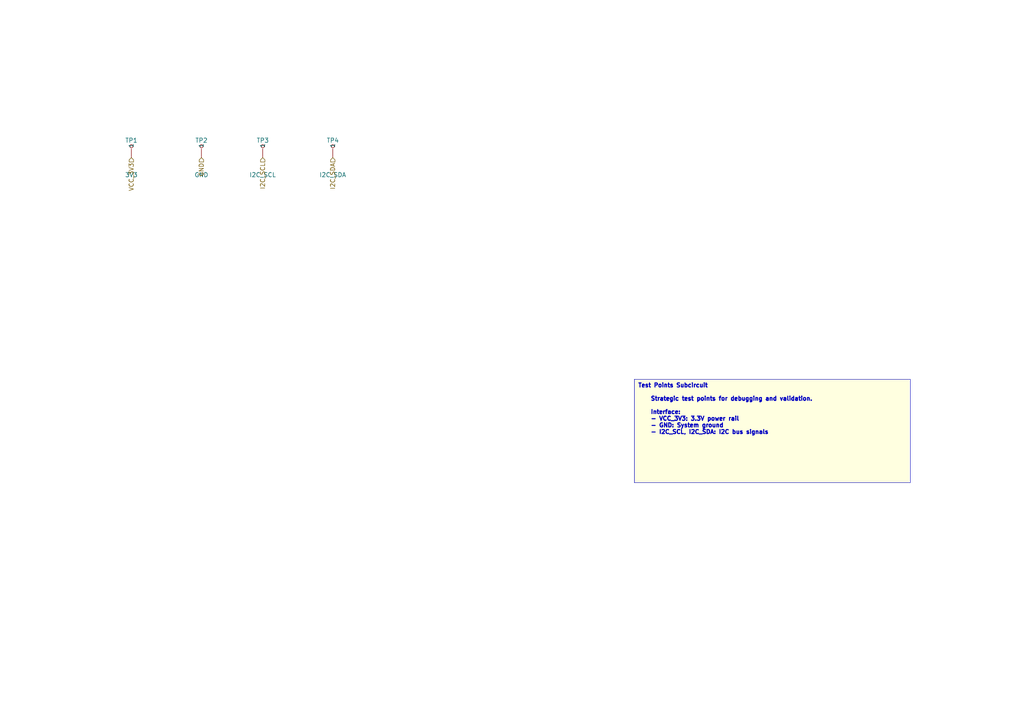
<source format=kicad_sch>
(kicad_sch (version 20250114) (generator "kicad_api") (generator_version 9.0)
  (paper A4)
  (paper A4)
  (lib_symbols
    (symbol "Connector:TestPoint" (pin_numbers hide) (pin_names (offset 0.254))
      (property "Reference" "TP" (at 0.0 0.0 0))
      (property "Value" "TestPoint" (at 0.0 0.0 0))
      (symbol "TestPoint_0_1"
        (circle (center 0.0 3.302) (radius 0.4572) (stroke (width 0.0)))
      )
      (symbol "TestPoint_1_1"
        (pin passive line (at 0.0 0.0 90) (length 2.54) (name "1") (number "1"))
      )
    )
  )
  (title_block (title Test_Points) (date 2025-07-29) (company Circuit-Synth))
  (symbol (lib_id Connector:TestPoint) (at 38.1 45.72 0)
    (property "Reference" "TP1" (at 38.1 40.72 0))
    (property "Value" "3V3" (at 38.1 50.72 0))
    (property "Footprint" "TestPoint:TestPoint_Pad_D1.5mm" (effects (hide yes)))
    (instances (project "circuit" (path "" (reference TP1) (unit 1))) (project "STM32_IMU_USBC_Hierarchical" (path "" (reference TP1) (unit 1))))
  )
  (symbol (lib_id Connector:TestPoint) (at 58.42 45.72 0)
    (property "Reference" "TP2" (at 58.42 40.72 0))
    (property "Value" "GND" (at 58.42 50.72 0))
    (property "Footprint" "TestPoint:TestPoint_Pad_D1.5mm" (effects (hide yes)))
    (instances (project "circuit" (path "" (reference TP2) (unit 1))) (project "STM32_IMU_USBC_Hierarchical" (path "" (reference TP2) (unit 1))))
  )
  (symbol (lib_id Connector:TestPoint) (at 76.2 45.72 0)
    (property "Reference" "TP3" (at 76.2 40.72 0))
    (property "Value" "I2C_SCL" (at 76.2 50.72 0))
    (property "Footprint" "TestPoint:TestPoint_Pad_D1.5mm" (effects (hide yes)))
    (instances (project "circuit" (path "" (reference TP3) (unit 1))) (project "STM32_IMU_USBC_Hierarchical" (path "" (reference TP3) (unit 1))))
  )
  (symbol (lib_id Connector:TestPoint) (at 96.52 45.72 0)
    (property "Reference" "TP4" (at 96.52 40.72 0))
    (property "Value" "I2C_SDA" (at 96.52 50.72 0))
    (property "Footprint" "TestPoint:TestPoint_Pad_D1.5mm" (effects (hide yes)))
    (instances (project "circuit" (path "" (reference TP4) (unit 1))) (project "STM32_IMU_USBC_Hierarchical" (path "" (reference TP4) (unit 1))))
  )
  (hierarchical_label VCC_3V3 (shape input) (at 38.1 45.72 270))
  (hierarchical_label GND (shape input) (at 58.42 45.72 270))
  (hierarchical_label I2C_SCL (shape input) (at 76.2 45.72 270))
  (hierarchical_label I2C_SDA (shape input) (at 96.52 45.72 270))
  (text_box "Test Points Subcircuit\n    \n    Strategic test points for debugging and validation.\n    \n    Interface:\n    - VCC_3V3: 3.3V power rail\n    - GND: System ground\n    - I2C_SCL, I2C_SDA: I2C bus signals" (exclude_from_sim yes) (at 184.0 110.0 0) (size 80.0 30.0) (margins 1.0 1.0 1.0 1.0) (stroke (width 0.1)) (fill (type color) (color 255 255 224 1)) (effects (font (size 1.2 1.2) (thickness 0.254)) (justify left top)))
  (text_box "Test Points Subcircuit\n    \n    Strategic test points for debugging and validation.\n    \n    Interface:\n    - VCC_3V3: 3.3V power rail\n    - GND: System ground\n    - I2C_SCL, I2C_SDA: I2C bus signals" (exclude_from_sim yes) (at 184.0 110.0 0) (size 80.0 30.0) (margins 1.0 1.0 1.0 1.0) (stroke (width 0.1)) (fill (type color) (color 255 255 224 1)) (effects (font (size 1.2 1.2) (thickness 0.254)) (justify left top)))
)
</source>
